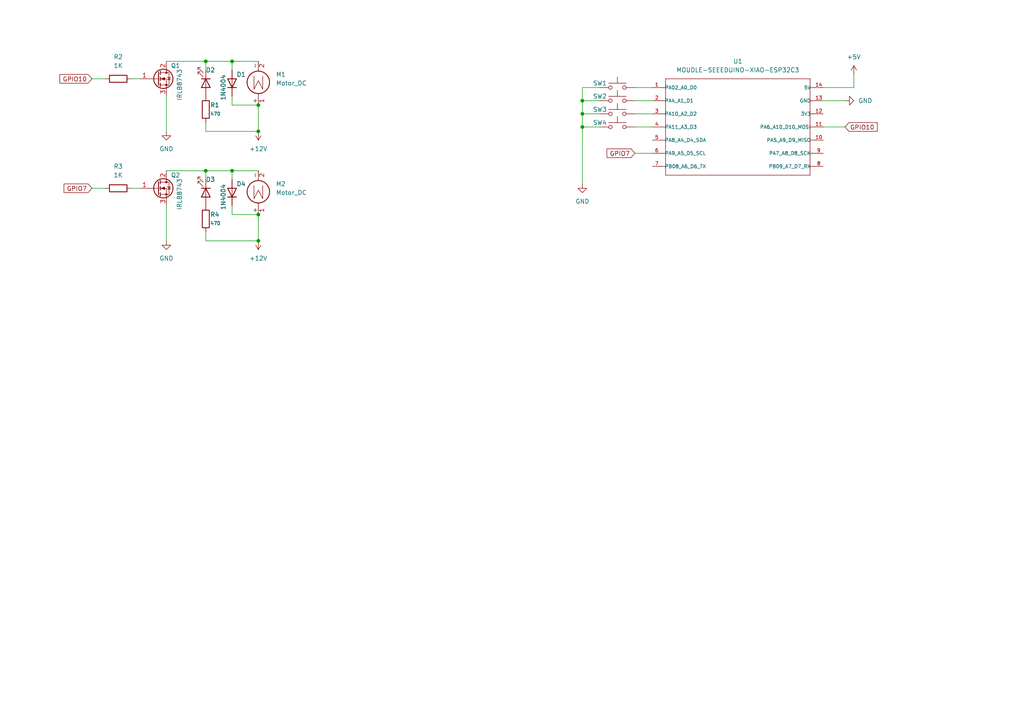
<source format=kicad_sch>
(kicad_sch (version 20230121) (generator eeschema)
  (paper "A4")
  (title_block (title "Esp Bottle Filler") (company "Jeroen Dekien"))
  (lib_symbols
    (symbol "Device:LED" (pin_numbers hide) (pin_names (offset 1.016) hide)
      (property "Reference" "D" (at 0 2.54 0))
      (property "Value" "LED" (at 0 -2.54 0))
      (symbol "LED_0_1"
        (polyline (pts (xy -1.27 -1.27) (xy -1.27 1.27)) (stroke (width 0.254)))
        (polyline (pts (xy -1.27 0) (xy 1.27 0)))
        (polyline (pts (xy 1.27 -1.27) (xy 1.27 1.27) (xy -1.27 0) (xy 1.27 -1.27)) (stroke (width 0.254)))
        (polyline (pts (xy -3.048 -0.762) (xy -4.572 -2.286) (xy -3.81 -2.286) (xy -4.572 -2.286) (xy -4.572 -1.524)))
        (polyline (pts (xy -1.778 -0.762) (xy -3.302 -2.286) (xy -2.54 -2.286) (xy -3.302 -2.286) (xy -3.302 -1.524)))
      )
      (symbol "LED_1_1"
        (pin passive line (at -3.81 0 0) (length 2.54) (name "K") (number "1"))
        (pin passive line (at 3.81 0 180) (length 2.54) (name "A") (number "2"))
      )
    )
    (symbol "Device:R" (pin_numbers hide) (pin_names (offset 0))
      (property "Reference" "R" (at 2.032 0 90))
      (property "Value" "R" (at 0 0 90))
      (symbol "R_0_1"
        (rectangle (start -1.016 -2.54) (end 1.016 2.54) (stroke (width 0.254)))
      )
      (symbol "R_1_1"
        (pin passive line (at 0 3.81 270) (length 1.27) (name "~") (number "1"))
        (pin passive line (at 0 -3.81 90) (length 1.27) (name "~") (number "2"))
      )
    )
    (symbol "Diode:1N4004" (pin_numbers hide) (pin_names hide)
      (property "Reference" "D" (at 0 2.54 0))
      (property "Value" "1N4004" (at 0 -2.54 0))
      (symbol "1N4004_0_1"
        (polyline (pts (xy -1.27 1.27) (xy -1.27 -1.27)) (stroke (width 0.254)))
        (polyline (pts (xy 1.27 0) (xy -1.27 0)))
        (polyline (pts (xy 1.27 1.27) (xy 1.27 -1.27) (xy -1.27 0) (xy 1.27 1.27)) (stroke (width 0.254)))
      )
      (symbol "1N4004_1_1"
        (pin passive line (at -3.81 0 0) (length 2.54) (name "K") (number "1"))
        (pin passive line (at 3.81 0 180) (length 2.54) (name "A") (number "2"))
      )
    )
    (symbol "Motor:Motor_DC" (pin_names (offset 0))
      (property "Reference" "M" (at 2.54 2.54 0))
      (property "Value" "Motor_DC" (at 2.54 -5.08 0))
      (symbol "Motor_DC_0_0"
        (polyline (pts (xy -1.27 -3.302) (xy -1.27 0.508) (xy 0 -2.032) (xy 1.27 0.508) (xy 1.27 -3.302)))
      )
      (symbol "Motor_DC_0_1"
        (circle (center 0 -1.524) (radius 3.2512) (stroke (width 0.254)))
        (polyline (pts (xy 0 -7.62) (xy 0 -7.112)))
        (polyline (pts (xy 0 -4.7752) (xy 0 -5.1816)))
        (polyline (pts (xy 0 1.7272) (xy 0 2.0828)))
        (polyline (pts (xy 0 2.032) (xy 0 2.54)))
      )
      (symbol "Motor_DC_1_1"
        (pin passive line (at 0 5.08 270) (length 2.54) (name "+") (number "1"))
        (pin passive line (at 0 -7.62 90) (length 2.54) (name "-") (number "2"))
      )
    )
    (symbol "ProjectExtra:MOUDLE-SEEEDUINO-XIAO-ESP32C3" (pin_names (offset 1.016))
      (property "Reference" "U" (at -21.59 15.24 0))
      (property "Value" "MOUDLE-SEEEDUINO-XIAO-ESP32C3" (at -21.59 13.97 0))
      (symbol "MOUDLE-SEEEDUINO-XIAO-ESP32C3_0_0"
        (polyline (pts (xy -21.59 -13.97) (xy -21.59 0)) (stroke (width 0.1524)))
        (polyline (pts (xy -21.59 -11.43) (xy -22.86 -11.43)) (stroke (width 0.1524)))
        (polyline (pts (xy -21.59 -7.62) (xy -22.86 -7.62)) (stroke (width 0.1524)))
        (polyline (pts (xy -21.59 -3.81) (xy -22.86 -3.81)) (stroke (width 0.1524)))
        (polyline (pts (xy -21.59 0) (xy -22.86 0)) (stroke (width 0.1524)))
        (polyline (pts (xy -21.59 0) (xy -21.59 3.81)) (stroke (width 0.1524)))
        (polyline (pts (xy -21.59 3.81) (xy -22.86 3.81)) (stroke (width 0.1524)))
        (polyline (pts (xy -21.59 3.81) (xy -21.59 7.62)) (stroke (width 0.1524)))
        (polyline (pts (xy -21.59 7.62) (xy -22.86 7.62)) (stroke (width 0.1524)))
        (polyline (pts (xy -21.59 7.62) (xy -21.59 11.43)) (stroke (width 0.1524)))
        (polyline (pts (xy -21.59 11.43) (xy -22.86 11.43)) (stroke (width 0.1524)))
        (polyline (pts (xy -21.59 11.43) (xy -21.59 13.97)) (stroke (width 0.1524)))
        (polyline (pts (xy -21.59 13.97) (xy 20.32 13.97)) (stroke (width 0.1524)))
        (polyline (pts (xy 20.32 -13.97) (xy -21.59 -13.97)) (stroke (width 0.1524)))
        (polyline (pts (xy 20.32 3.81) (xy 20.32 -13.97)) (stroke (width 0.1524)))
        (polyline (pts (xy 20.32 7.62) (xy 20.32 3.81)) (stroke (width 0.1524)))
        (polyline (pts (xy 20.32 11.43) (xy 20.32 7.62)) (stroke (width 0.1524)))
        (polyline (pts (xy 20.32 13.97) (xy 20.32 11.43)) (stroke (width 0.1524)))
        (polyline (pts (xy 21.59 -11.43) (xy 20.32 -11.43)) (stroke (width 0.1524)))
        (polyline (pts (xy 21.59 -7.62) (xy 20.32 -7.62)) (stroke (width 0.1524)))
        (polyline (pts (xy 21.59 -3.81) (xy 20.32 -3.81)) (stroke (width 0.1524)))
        (polyline (pts (xy 21.59 0) (xy 20.32 0)) (stroke (width 0.1524)))
        (polyline (pts (xy 21.59 3.81) (xy 20.32 3.81)) (stroke (width 0.1524)))
        (polyline (pts (xy 21.59 7.62) (xy 20.32 7.62)) (stroke (width 0.1524)))
        (polyline (pts (xy 21.59 11.43) (xy 20.32 11.43)) (stroke (width 0.1524)))
        (pin bidirectional line (at -25.4 11.43 0) (length 2.54) (name "PA02_A0_D0") (number "1"))
        (pin bidirectional line (at 24.13 -3.81 180) (length 2.54) (name "PA5_A9_D9_MISO") (number "10"))
        (pin bidirectional line (at 24.13 0 180) (length 2.54) (name "PA6_A10_D10_MOSI") (number "11"))
        (pin bidirectional line (at 24.13 3.81 180) (length 2.54) (name "3V3") (number "12"))
        (pin bidirectional line (at 24.13 7.62 180) (length 2.54) (name "GND") (number "13"))
        (pin bidirectional line (at 24.13 11.43 180) (length 2.54) (name "5V") (number "14"))
        (pin bidirectional line (at -25.4 7.62 0) (length 2.54) (name "PA4_A1_D1") (number "2"))
        (pin bidirectional line (at -25.4 3.81 0) (length 2.54) (name "PA10_A2_D2") (number "3"))
        (pin bidirectional line (at -25.4 0 0) (length 2.54) (name "PA11_A3_D3") (number "4"))
        (pin bidirectional line (at -25.4 -3.81 0) (length 2.54) (name "PA8_A4_D4_SDA") (number "5"))
        (pin bidirectional line (at -25.4 -7.62 0) (length 2.54) (name "PA9_A5_D5_SCL") (number "6"))
        (pin bidirectional line (at -25.4 -11.43 0) (length 2.54) (name "PB08_A6_D6_TX") (number "7"))
        (pin bidirectional line (at 24.13 -11.43 180) (length 2.54) (name "PB09_A7_D7_RX") (number "8"))
        (pin bidirectional line (at 24.13 -7.62 180) (length 2.54) (name "PA7_A8_D8_SCK") (number "9"))
      )
    )
    (symbol "Switch:SW_Push" (pin_numbers hide) (pin_names (offset 1.016) hide)
      (property "Reference" "SW" (at 1.27 2.54 0))
      (property "Value" "SW_Push" (at 0 -1.524 0))
      (symbol "SW_Push_0_1"
        (circle (center -2.032 0) (radius 0.508))
        (polyline (pts (xy 0 1.27) (xy 0 3.048)))
        (polyline (pts (xy 2.54 1.27) (xy -2.54 1.27)))
        (circle (center 2.032 0) (radius 0.508))
        (pin passive line (at -5.08 0 0) (length 2.54) (name "1") (number "1"))
        (pin passive line (at 5.08 0 180) (length 2.54) (name "2") (number "2"))
      )
    )
    (symbol "Transistor_FET:IRLB8721PBF" (pin_names hide)
      (property "Reference" "Q" (at 5.08 1.905 0))
      (property "Value" "IRLB8721PBF" (at 5.08 0 0))
      (symbol "IRLB8721PBF_0_1"
        (polyline (pts (xy 0.254 0) (xy -2.54 0)))
        (polyline (pts (xy 0.254 1.905) (xy 0.254 -1.905)) (stroke (width 0.254)))
        (polyline (pts (xy 0.762 -1.27) (xy 0.762 -2.286)) (stroke (width 0.254)))
        (polyline (pts (xy 0.762 0.508) (xy 0.762 -0.508)) (stroke (width 0.254)))
        (polyline (pts (xy 0.762 2.286) (xy 0.762 1.27)) (stroke (width 0.254)))
        (polyline (pts (xy 2.54 2.54) (xy 2.54 1.778)))
        (polyline (pts (xy 2.54 -2.54) (xy 2.54 0) (xy 0.762 0)))
        (polyline (pts (xy 0.762 -1.778) (xy 3.302 -1.778) (xy 3.302 1.778) (xy 0.762 1.778)))
        (polyline (pts (xy 1.016 0) (xy 2.032 0.381) (xy 2.032 -0.381) (xy 1.016 0)) (fill (type outline)))
        (polyline (pts (xy 2.794 0.508) (xy 2.921 0.381) (xy 3.683 0.381) (xy 3.81 0.254)))
        (polyline (pts (xy 3.302 0.381) (xy 2.921 -0.254) (xy 3.683 -0.254) (xy 3.302 0.381)))
        (circle (center 1.651 0) (radius 2.794) (stroke (width 0.254)))
        (circle (center 2.54 -1.778) (radius 0.254) (fill (type outline)))
        (circle (center 2.54 1.778) (radius 0.254) (fill (type outline)))
      )
      (symbol "IRLB8721PBF_1_1"
        (pin input line (at -5.08 0 0) (length 2.54) (name "G") (number "1"))
        (pin passive line (at 2.54 5.08 270) (length 2.54) (name "D") (number "2"))
        (pin passive line (at 2.54 -5.08 90) (length 2.54) (name "S") (number "3"))
      )
    )
    (symbol "power:+12V" (power) (pin_names (offset 0))
      (property "Value" "+12V" (at 0 3.556 0))
      (symbol "+12V_0_1"
        (polyline (pts (xy -0.762 1.27) (xy 0 2.54)))
        (polyline (pts (xy 0 0) (xy 0 2.54)))
        (polyline (pts (xy 0 2.54) (xy 0.762 1.27)))
      )
      (symbol "+12V_1_1"
        (pin power_in line (at 0 0 90) (length 0) hide (name "+12V") (number "1"))
      )
    )
    (symbol "power:+5V" (power) (pin_names (offset 0))
      (property "Value" "+5V" (at 0 3.556 0))
      (symbol "+5V_0_1"
        (polyline (pts (xy -0.762 1.27) (xy 0 2.54)))
        (polyline (pts (xy 0 0) (xy 0 2.54)))
        (polyline (pts (xy 0 2.54) (xy 0.762 1.27)))
      )
      (symbol "+5V_1_1"
        (pin power_in line (at 0 0 90) (length 0) hide (name "+5V") (number "1"))
      )
    )
    (symbol "power:GND" (power) (pin_names (offset 0))
      (property "Value" "GND" (at 0 -3.81 0))
      (symbol "GND_0_1"
        (polyline (pts (xy 0 0) (xy 0 -1.27) (xy 1.27 -1.27) (xy 0 -2.54) (xy -1.27 -1.27) (xy 0 -1.27)))
      )
      (symbol "GND_1_1"
        (pin power_in line (at 0 0 270) (length 0) hide (name "GND") (number "1"))
      )
    )
  )
  (junction (at 168.91 36.83))
  (junction (at 74.93 62.23))
  (junction (at 168.91 33.02))
  (junction (at 59.69 17.78))
  (junction (at 67.31 49.53))
  (junction (at 59.69 49.53))
  (junction (at 74.93 30.48))
  (junction (at 168.91 29.21))
  (junction (at 67.31 17.78))
  (junction (at 74.93 38.1))
  (junction (at 74.93 69.85))
  (wire (pts (xy 184.15 44.45) (xy 189.23 44.45)))
  (wire (pts (xy 238.76 25.4) (xy 247.65 25.4)))
  (wire (pts (xy 67.31 59.69) (xy 67.31 62.23)))
  (wire (pts (xy 238.76 36.83) (xy 245.11 36.83)))
  (wire (pts (xy 238.76 29.21) (xy 245.11 29.21)))
  (wire (pts (xy 38.1 22.86) (xy 40.64 22.86)))
  (wire (pts (xy 67.31 27.94) (xy 67.31 30.48)))
  (wire (pts (xy 168.91 29.21) (xy 173.99 29.21)))
  (wire (pts (xy 67.31 49.53) (xy 74.93 49.53)))
  (wire (pts (xy 173.99 25.4) (xy 168.91 25.4)))
  (wire (pts (xy 74.93 62.23) (xy 67.31 62.23)))
  (wire (pts (xy 67.31 17.78) (xy 67.31 20.32)))
  (wire (pts (xy 247.65 21.59) (xy 247.65 25.4)))
  (wire (pts (xy 59.69 35.56) (xy 59.69 38.1)))
  (wire (pts (xy 184.15 29.21) (xy 189.23 29.21)))
  (wire (pts (xy 48.26 49.53) (xy 59.69 49.53)))
  (wire (pts (xy 48.26 59.69) (xy 48.26 69.85)))
  (wire (pts (xy 48.26 17.78) (xy 59.69 17.78)))
  (wire (pts (xy 168.91 33.02) (xy 168.91 36.83)))
  (wire (pts (xy 26.67 54.61) (xy 30.48 54.61)))
  (wire (pts (xy 74.93 62.23) (xy 74.93 69.85)))
  (wire (pts (xy 59.69 67.31) (xy 59.69 69.85)))
  (wire (pts (xy 74.93 30.48) (xy 67.31 30.48)))
  (wire (pts (xy 48.26 27.94) (xy 48.26 38.1)))
  (wire (pts (xy 168.91 25.4) (xy 168.91 29.21)))
  (wire (pts (xy 184.15 36.83) (xy 189.23 36.83)))
  (wire (pts (xy 59.69 69.85) (xy 74.93 69.85)))
  (wire (pts (xy 26.67 22.86) (xy 30.48 22.86)))
  (wire (pts (xy 168.91 36.83) (xy 173.99 36.83)))
  (wire (pts (xy 168.91 33.02) (xy 173.99 33.02)))
  (wire (pts (xy 168.91 29.21) (xy 168.91 33.02)))
  (wire (pts (xy 168.91 36.83) (xy 168.91 53.34)))
  (wire (pts (xy 38.1 54.61) (xy 40.64 54.61)))
  (wire (pts (xy 59.69 17.78) (xy 59.69 20.32)))
  (wire (pts (xy 74.93 30.48) (xy 74.93 38.1)))
  (wire (pts (xy 67.31 49.53) (xy 67.31 52.07)))
  (wire (pts (xy 184.15 25.4) (xy 189.23 25.4)))
  (wire (pts (xy 59.69 38.1) (xy 74.93 38.1)))
  (wire (pts (xy 59.69 49.53) (xy 67.31 49.53)))
  (wire (pts (xy 184.15 33.02) (xy 189.23 33.02)))
  (wire (pts (xy 59.69 49.53) (xy 59.69 52.07)))
  (wire (pts (xy 67.31 17.78) (xy 74.93 17.78)))
  (wire (pts (xy 59.69 17.78) (xy 67.31 17.78)))
  (global_label "GPIO7" (shape input) (at 184.15 44.45 180) (property "Intersheetrefs" "${INTERSHEET_REFS}" (effects hide)))
  (global_label "GPIO10" (shape input) (at 26.67 22.86 180) (property "Intersheetrefs" "${INTERSHEET_REFS}" (effects hide)))
  (global_label "GPIO7" (shape input) (at 26.67 54.61 180) (property "Intersheetrefs" "${INTERSHEET_REFS}" (effects hide)))
  (global_label "GPIO10" (shape input) (at 245.11 36.83 0) (property "Intersheetrefs" "${INTERSHEET_REFS}" (effects hide)))
  (symbol (lib_id "Device:R") (at 34.29 54.61 90) (unit 1)
    (property "Reference" "R3" (at 34.29 48.26 90))
    (property "Value" "1K" (at 34.29 50.8 90))
  )
  (symbol (lib_id "Motor:Motor_DC") (at 74.93 57.15 180) (unit 1)
    (property "Reference" "M2" (at 80.01 53.34 0) (effects (justify right)))
    (property "Value" "Motor_DC" (at 80.01 55.88 0) (effects (justify right)))
    (property "Footprint" "Connector_Molex:Molex_KK-254_AE-6410-02A_1x02_P2.54mm_Vertical" (effects hide))
  )
  (symbol (lib_id "power:GND") (at 245.11 29.21 90) (unit 1)
    (property "Reference" "#PWR06" (effects hide))
    (property "Value" "GND" (at 248.92 29.21 90) (effects (justify right)))
  )
  (symbol (lib_id "Diode:1N4004") (at 67.31 24.13 90) (unit 1)
    (property "Reference" "D1" (at 68.58 21.59 90) (effects (justify right)))
    (property "Value" "1N4004" (at 64.77 21.59 0) (effects (justify right)))
    (property "Footprint" "Diode_THT:D_DO-41_SOD81_P10.16mm_Horizontal" (effects hide))
    (property "Datasheet" "http://www.vishay.com/docs/88503/1n4001.pdf" (effects hide))
    (property "Sim.Device" "D" (effects hide))
    (property "Sim.Pins" "1=K 2=A" (effects hide))
  )
  (symbol (lib_id "Switch:SW_Push") (at 179.07 33.02 0) (unit 1)
    (property "Reference" "SW3" (at 173.99 31.75 0))
    (property "Value" "SW_Push" (effects hide))
  )
  (symbol (lib_id "Switch:SW_Push") (at 179.07 25.4 0) (unit 1)
    (property "Reference" "SW1" (at 173.99 24.13 0))
    (property "Value" "SW_Push" (effects hide))
  )
  (symbol (lib_id "power:GND") (at 48.26 69.85 0) (unit 1)
    (property "Reference" "#PWR03" (effects hide))
    (property "Value" "GND" (at 48.26 74.93 0))
  )
  (symbol (lib_id "Transistor_FET:IRLB8721PBF") (at 45.72 54.61 0) (unit 1)
    (property "Reference" "Q2" (at 49.53 50.8 0) (effects (justify left)))
    (property "Value" "IRLB8743" (at 52.07 60.96 90) (effects (justify left)))
    (property "Footprint" "Package_TO_SOT_THT:TO-220-3_Vertical" (effects hide))
    (property "Datasheet" "http://www.infineon.com/dgdl/irlb8721pbf.pdf?fileId=5546d462533600a40153566056732591" (effects hide))
  )
  (symbol (lib_id "Device:LED") (at 59.69 55.88 270) (unit 1)
    (property "Reference" "D3" (at 59.69 52.07 90) (effects (justify left)))
    (property "Value" "LED" (effects hide))
  )
  (symbol (lib_id "Device:R") (at 34.29 22.86 90) (unit 1)
    (property "Reference" "R2" (at 34.29 16.51 90))
    (property "Value" "1K" (at 34.29 19.05 90))
  )
  (symbol (lib_id "power:+5V") (at 247.65 21.59 0) (unit 1)
    (property "Reference" "#PWR07" (effects hide))
    (property "Value" "+5V" (at 247.65 16.51 0))
  )
  (symbol (lib_id "Diode:1N4004") (at 67.31 55.88 90) (unit 1)
    (property "Reference" "D4" (at 68.58 53.34 90) (effects (justify right)))
    (property "Value" "1N4004" (at 64.77 53.34 0) (effects (justify right)))
    (property "Footprint" "Diode_THT:D_DO-41_SOD81_P10.16mm_Horizontal" (effects hide))
    (property "Datasheet" "http://www.vishay.com/docs/88503/1n4001.pdf" (effects hide))
    (property "Sim.Device" "D" (effects hide))
    (property "Sim.Pins" "1=K 2=A" (effects hide))
  )
  (symbol (lib_id "Device:LED") (at 59.69 24.13 270) (unit 1)
    (property "Reference" "D2" (at 59.69 20.32 90) (effects (justify left)))
    (property "Value" "LED" (effects hide))
  )
  (symbol (lib_id "Switch:SW_Push") (at 179.07 29.21 0) (unit 1)
    (property "Reference" "SW2" (at 173.99 27.94 0))
    (property "Value" "SW_Push" (effects hide))
  )
  (symbol (lib_id "Device:R") (at 59.69 31.75 0) (unit 1)
    (property "Reference" "R1" (at 60.96 30.48 0) (effects (justify left)))
    (property "Value" "470" (at 60.96 33.02 0) (effects (font (size 1 1)) (justify left)))
  )
  (symbol (lib_id "Switch:SW_Push") (at 179.07 36.83 0) (unit 1)
    (property "Reference" "SW4" (at 173.99 35.56 0))
    (property "Value" "SW_Push" (effects hide))
  )
  (symbol (lib_id "power:+12V") (at 74.93 69.85 180) (unit 1)
    (property "Reference" "#PWR04" (effects hide))
    (property "Value" "+12V" (at 74.93 74.93 0))
  )
  (symbol (lib_id "Motor:Motor_DC") (at 74.93 25.4 180) (unit 1)
    (property "Reference" "M1" (at 80.01 21.59 0) (effects (justify right)))
    (property "Value" "Motor_DC" (at 80.01 24.13 0) (effects (justify right)))
    (property "Footprint" "Connector_Molex:Molex_KK-254_AE-6410-02A_1x02_P2.54mm_Vertical" (effects hide))
  )
  (symbol (lib_id "Device:R") (at 59.69 63.5 0) (unit 1)
    (property "Reference" "R4" (at 60.96 62.23 0) (effects (justify left)))
    (property "Value" "470" (at 60.96 64.77 0) (effects (font (size 1 1)) (justify left)))
  )
  (symbol (lib_id "ProjectExtra:MOUDLE-SEEEDUINO-XIAO-ESP32C3") (at 214.63 36.83 0) (unit 1)
    (property "Reference" "U1" (at 213.995 17.78 0))
    (property "Value" "MOUDLE-SEEEDUINO-XIAO-ESP32C3" (at 213.995 20.32 0))
    (property "Footprint" "MOUDLE14P-SMD-2.54-21X17.8MM" (effects hide))
  )
  (symbol (lib_id "power:GND") (at 48.26 38.1 0) (unit 1)
    (property "Reference" "#PWR02" (effects hide))
    (property "Value" "GND" (at 48.26 43.18 0))
  )
  (symbol (lib_id "power:GND") (at 168.91 53.34 0) (unit 1)
    (property "Reference" "#PWR05" (effects hide))
    (property "Value" "GND" (at 168.91 58.42 0))
  )
  (symbol (lib_id "Transistor_FET:IRLB8721PBF") (at 45.72 22.86 0) (unit 1)
    (property "Reference" "Q1" (at 49.53 19.05 0) (effects (justify left)))
    (property "Value" "IRLB8743" (at 52.07 29.21 90) (effects (justify left)))
    (property "Footprint" "Package_TO_SOT_THT:TO-220-3_Vertical" (effects hide))
    (property "Datasheet" "http://www.infineon.com/dgdl/irlb8721pbf.pdf?fileId=5546d462533600a40153566056732591" (effects hide))
  )
  (symbol (lib_id "power:+12V") (at 74.93 38.1 180) (unit 1)
    (property "Reference" "#PWR01" (effects hide))
    (property "Value" "+12V" (at 74.93 43.18 0))
  )
)
</source>
